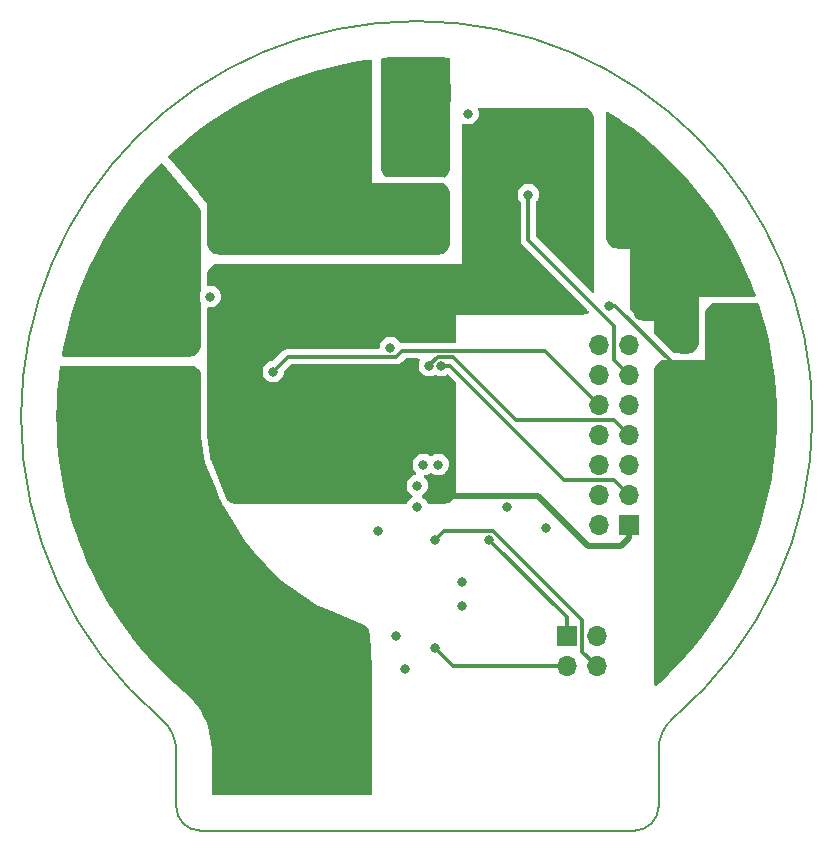
<source format=gbr>
%TF.GenerationSoftware,KiCad,Pcbnew,7.0.1*%
%TF.CreationDate,2023-12-23T17:04:28+03:00*%
%TF.ProjectId,_____ ________,1f3b3042-3020-4343-9042-47383a3e322e,rev?*%
%TF.SameCoordinates,Original*%
%TF.FileFunction,Copper,L2,Inr*%
%TF.FilePolarity,Positive*%
%FSLAX46Y46*%
G04 Gerber Fmt 4.6, Leading zero omitted, Abs format (unit mm)*
G04 Created by KiCad (PCBNEW 7.0.1) date 2023-12-23 17:04:28*
%MOMM*%
%LPD*%
G01*
G04 APERTURE LIST*
G04 Aperture macros list*
%AMRotRect*
0 Rectangle, with rotation*
0 The origin of the aperture is its center*
0 $1 length*
0 $2 width*
0 $3 Rotation angle, in degrees counterclockwise*
0 Add horizontal line*
21,1,$1,$2,0,0,$3*%
G04 Aperture macros list end*
%TA.AperFunction,ComponentPad*%
%ADD10RotRect,1.635000X1.635000X290.000000*%
%TD*%
%TA.AperFunction,ComponentPad*%
%ADD11C,1.635000*%
%TD*%
%TA.AperFunction,ComponentPad*%
%ADD12C,6.000000*%
%TD*%
%TA.AperFunction,ComponentPad*%
%ADD13RotRect,1.635000X1.635000X70.000000*%
%TD*%
%TA.AperFunction,ComponentPad*%
%ADD14RotRect,1.635000X1.635000X300.000000*%
%TD*%
%TA.AperFunction,ComponentPad*%
%ADD15R,1.635000X1.635000*%
%TD*%
%TA.AperFunction,ComponentPad*%
%ADD16RotRect,1.635000X1.635000X60.000000*%
%TD*%
%TA.AperFunction,ComponentPad*%
%ADD17RotRect,1.635000X1.635000X50.000000*%
%TD*%
%TA.AperFunction,ComponentPad*%
%ADD18R,1.700000X1.700000*%
%TD*%
%TA.AperFunction,ComponentPad*%
%ADD19O,1.700000X1.700000*%
%TD*%
%TA.AperFunction,ComponentPad*%
%ADD20RotRect,1.635000X1.635000X310.000000*%
%TD*%
%TA.AperFunction,ViaPad*%
%ADD21C,0.800000*%
%TD*%
%TA.AperFunction,Conductor*%
%ADD22C,0.500000*%
%TD*%
%TA.AperFunction,Conductor*%
%ADD23C,0.300000*%
%TD*%
%TA.AperFunction,Profile*%
%ADD24C,0.200000*%
%TD*%
G04 APERTURE END LIST*
D10*
%TO.N,B_OUT*%
%TO.C,J13*%
X144872270Y-59835673D03*
D11*
X146411361Y-64064290D03*
%TD*%
D12*
%TO.N,B*%
%TO.C,J2*%
X151765000Y-55880000D03*
%TD*%
%TO.N,C*%
%TO.C,J3*%
X129540000Y-70485000D03*
%TD*%
D13*
%TO.N,C_OUT*%
%TO.C,J7*%
X145272909Y-107352617D03*
D11*
X146812000Y-103124000D03*
%TD*%
D14*
%TO.N,B_OUT*%
%TO.C,J12*%
X139990000Y-62142886D03*
D11*
X142240000Y-66040000D03*
%TD*%
D15*
%TO.N,A_OUT*%
%TO.C,J6*%
X178272000Y-79248000D03*
D11*
X173772000Y-79248000D03*
%TD*%
D12*
%TO.N,A*%
%TO.C,J1*%
X173990000Y-70485000D03*
%TD*%
D16*
%TO.N,C_OUT*%
%TO.C,J10*%
X140498000Y-104989114D03*
D11*
X142748000Y-101092000D03*
%TD*%
D15*
%TO.N,A_OUT*%
%TO.C,J5*%
X178272000Y-83566000D03*
D11*
X173772000Y-83566000D03*
%TD*%
D17*
%TO.N,C_OUT*%
%TO.C,J11*%
X136045456Y-101999200D03*
D11*
X138938000Y-98552000D03*
%TD*%
D18*
%TO.N,PTC_Coil_A*%
%TO.C,J8*%
X164540000Y-101874000D03*
D19*
%TO.N,GNDA*%
X167080000Y-101874000D03*
%TO.N,PTC_Coil_C*%
X164540000Y-104414000D03*
%TO.N,PTC_Coil_B*%
X167080000Y-104414000D03*
%TD*%
D20*
%TO.N,B_OUT*%
%TO.C,J14*%
X135537456Y-65132800D03*
D11*
X138430000Y-68580000D03*
%TD*%
D15*
%TO.N,A_OUT*%
%TO.C,J9*%
X178272000Y-87884000D03*
D11*
X173772000Y-87884000D03*
%TD*%
D18*
%TO.N,+3.3V*%
%TO.C,J4*%
X169784000Y-92456000D03*
D19*
%TO.N,GND*%
X167244000Y-92456000D03*
%TO.N,CS_MCU*%
X169784000Y-89916000D03*
%TO.N,Temp_Coil_C_MCU*%
X167244000Y-89916000D03*
%TO.N,SCLK_MCU*%
X169784000Y-87376000D03*
%TO.N,Temp_Coil_B_MCU*%
X167244000Y-87376000D03*
%TO.N,SDIO_MCU*%
X169784000Y-84836000D03*
%TO.N,Temp_Coil_A_MCU*%
X167244000Y-84836000D03*
%TO.N,OUT_MCU*%
X169784000Y-82296000D03*
%TO.N,Current_C_MCU*%
X167244000Y-82296000D03*
%TO.N,Current_B_MCU*%
X169784000Y-79756000D03*
%TO.N,Current_A_MCU*%
X167244000Y-79756000D03*
%TO.N,+3.3VA*%
X169784000Y-77216000D03*
%TO.N,GNDA*%
X167244000Y-77216000D03*
%TD*%
D21*
%TO.N,+3.3V*%
X136144000Y-73152000D03*
X164592000Y-64516000D03*
X157734000Y-57658000D03*
X145796000Y-90170000D03*
%TO.N,GND*%
X149606000Y-77470000D03*
X156210000Y-57658000D03*
X134366000Y-73152000D03*
X151892000Y-89154000D03*
%TO.N,OUT_MCU*%
X152400000Y-87376000D03*
%TO.N,SCLK_MCU*%
X153670000Y-87376000D03*
%TO.N,CS_MCU*%
X153924000Y-78994000D03*
%TO.N,SDIO_MCU*%
X152908000Y-78994000D03*
%TO.N,Current_B_MCU*%
X161290000Y-64516000D03*
%TO.N,Current_C_MCU*%
X139700000Y-79502000D03*
%TO.N,A*%
X170688000Y-72644000D03*
X175006000Y-74676000D03*
X171450000Y-74168000D03*
X174244000Y-75184000D03*
X170688000Y-73660000D03*
X174244000Y-77216000D03*
X175006000Y-76708000D03*
X175006000Y-75692000D03*
X174244000Y-74168000D03*
X174244000Y-76200000D03*
X170688000Y-74676000D03*
%TO.N,A_OUT*%
X180594000Y-79248000D03*
X177546000Y-76708000D03*
X180594000Y-76708000D03*
X180594000Y-74676000D03*
X181102000Y-78486000D03*
X180086000Y-78486000D03*
X176784000Y-75184000D03*
X168148000Y-73914000D03*
X177546000Y-74676000D03*
X177546000Y-77724000D03*
X180594000Y-77724000D03*
X176784000Y-77216000D03*
X180594000Y-75692000D03*
X181102000Y-80010000D03*
X180086000Y-80010000D03*
X177546000Y-75692000D03*
X176784000Y-76200000D03*
%TO.N,B*%
X149352000Y-59182000D03*
X150368000Y-62230000D03*
X149352000Y-61214000D03*
X149352000Y-62230000D03*
X149352000Y-60198000D03*
X152400000Y-62230000D03*
X151384000Y-62230000D03*
X153416000Y-62230000D03*
%TO.N,B_OUT*%
X152400000Y-64008000D03*
X151892000Y-65024000D03*
X149352000Y-68072000D03*
X152400000Y-68072000D03*
X150876000Y-65024000D03*
X149352000Y-66040000D03*
X151384000Y-64008000D03*
X153416000Y-68072000D03*
X149352000Y-64008000D03*
X150368000Y-64008000D03*
X151384000Y-68072000D03*
X153416000Y-64008000D03*
X152908000Y-65024000D03*
X149352000Y-67056000D03*
X150368000Y-68072000D03*
X149860000Y-65024000D03*
%TO.N,C*%
X125984000Y-75692000D03*
X127000000Y-73660000D03*
X126492000Y-76708000D03*
X125476000Y-76708000D03*
X127508000Y-74676000D03*
X124460000Y-76708000D03*
X125984000Y-73660000D03*
X124968000Y-75692000D03*
X127000000Y-75692000D03*
X126492000Y-74676000D03*
X125476000Y-74676000D03*
%TO.N,C_OUT*%
X130048000Y-80264000D03*
X127000000Y-81280000D03*
X129032000Y-80264000D03*
X132080000Y-84836000D03*
X132080000Y-83312000D03*
X130556000Y-84074000D03*
X128016000Y-83312000D03*
X131064000Y-83312000D03*
X128016000Y-84836000D03*
X129540000Y-84074000D03*
X129032000Y-84836000D03*
X129032000Y-83312000D03*
X127000000Y-83312000D03*
X127000000Y-82296000D03*
X131064000Y-84836000D03*
X131064000Y-80264000D03*
X130048000Y-83312000D03*
X127000000Y-80264000D03*
X130048000Y-84836000D03*
X128016000Y-80264000D03*
X131572000Y-84074000D03*
X128524000Y-84074000D03*
%TO.N,GNDA*%
X155702000Y-99314000D03*
X148590000Y-92964000D03*
X150114000Y-101854000D03*
X162814000Y-92710000D03*
%TO.N,Temp_Coil_C_MCU*%
X150876000Y-104648000D03*
%TO.N,Temp_Coil_B_MCU*%
X151892000Y-90932000D03*
%TO.N,Temp_Coil_A_MCU*%
X159512000Y-90932000D03*
%TO.N,+3.3VA*%
X155702000Y-97282000D03*
%TO.N,PTC_Coil_A*%
X157988000Y-93726000D03*
%TO.N,PTC_Coil_B*%
X153416000Y-93726000D03*
%TO.N,PTC_Coil_C*%
X153416000Y-102870000D03*
%TD*%
D22*
%TO.N,+3.3V*%
X169784000Y-93614000D02*
X169164000Y-94234000D01*
X165862000Y-93726000D02*
X162140000Y-90004000D01*
X166370000Y-94234000D02*
X165862000Y-93726000D01*
X154266000Y-90004000D02*
X154178000Y-89916000D01*
X169784000Y-92456000D02*
X169784000Y-93614000D01*
X169164000Y-94234000D02*
X166370000Y-94234000D01*
X162140000Y-90004000D02*
X154266000Y-90004000D01*
D23*
%TO.N,CS_MCU*%
X153924000Y-78994000D02*
X154686000Y-78994000D01*
X168514000Y-88646000D02*
X169784000Y-89916000D01*
X154686000Y-78994000D02*
X164338000Y-88646000D01*
X164338000Y-88646000D02*
X168514000Y-88646000D01*
%TO.N,SDIO_MCU*%
X152908000Y-78949339D02*
X153613339Y-78244000D01*
X153613339Y-78244000D02*
X154952000Y-78244000D01*
X152908000Y-78994000D02*
X152908000Y-78949339D01*
X160274000Y-83566000D02*
X168514000Y-83566000D01*
X168514000Y-83566000D02*
X169784000Y-84836000D01*
X154952000Y-78244000D02*
X160274000Y-83566000D01*
%TO.N,Current_B_MCU*%
X169784000Y-79756000D02*
X168584000Y-78556000D01*
X161290000Y-68326000D02*
X161290000Y-64516000D01*
X168584000Y-75620000D02*
X161290000Y-68326000D01*
X168584000Y-78556000D02*
X168584000Y-75620000D01*
%TO.N,Current_C_MCU*%
X162692000Y-77744000D02*
X167244000Y-82296000D01*
X150102000Y-78244000D02*
X150602000Y-77744000D01*
X140958000Y-78244000D02*
X150102000Y-78244000D01*
X150602000Y-77744000D02*
X162692000Y-77744000D01*
X139700000Y-79502000D02*
X140958000Y-78244000D01*
%TO.N,A_OUT*%
X168148000Y-73914000D02*
X168656000Y-73914000D01*
X168656000Y-73914000D02*
X173772000Y-79030000D01*
X173772000Y-79030000D02*
X173772000Y-79248000D01*
%TO.N,PTC_Coil_A*%
X164540000Y-100278000D02*
X157988000Y-93726000D01*
X164540000Y-101874000D02*
X164540000Y-100278000D01*
%TO.N,PTC_Coil_B*%
X165880000Y-103214000D02*
X165880000Y-100557339D01*
X165880000Y-100557339D02*
X158286661Y-92964000D01*
X167080000Y-104414000D02*
X165880000Y-103214000D01*
X158286661Y-92964000D02*
X154178000Y-92964000D01*
X154178000Y-92964000D02*
X153416000Y-93726000D01*
%TO.N,PTC_Coil_C*%
X164520000Y-104394000D02*
X154940000Y-104394000D01*
X154940000Y-104394000D02*
X153416000Y-102870000D01*
X164540000Y-104414000D02*
X164520000Y-104394000D01*
%TD*%
%TA.AperFunction,Conductor*%
%TO.N,A*%
G36*
X168083166Y-57521103D02*
G01*
X168151129Y-57563086D01*
X168335648Y-57677067D01*
X168339367Y-57679457D01*
X169060581Y-58161357D01*
X169240966Y-58281886D01*
X169244595Y-58284405D01*
X169439411Y-58424887D01*
X170124149Y-58918653D01*
X170127692Y-58921306D01*
X170984023Y-59586524D01*
X170987441Y-59589279D01*
X171819481Y-60284636D01*
X171822791Y-60287503D01*
X172629554Y-61012179D01*
X172632767Y-61015172D01*
X173413097Y-61768130D01*
X173416177Y-61771210D01*
X174072760Y-62451661D01*
X174169135Y-62551540D01*
X174172130Y-62554755D01*
X174896800Y-63361512D01*
X174899671Y-63364826D01*
X175595017Y-64196852D01*
X175597795Y-64200299D01*
X176263001Y-65056615D01*
X176265654Y-65060158D01*
X176899897Y-65939705D01*
X176902421Y-65943341D01*
X177504847Y-66844935D01*
X177507240Y-66848659D01*
X178024997Y-67686831D01*
X178077100Y-67771177D01*
X178079359Y-67774984D01*
X178615928Y-68717254D01*
X178618050Y-68721139D01*
X179120668Y-69681999D01*
X179122649Y-69685958D01*
X179590623Y-70664090D01*
X179592462Y-70668116D01*
X180025243Y-71662366D01*
X180026937Y-71666456D01*
X180423947Y-72675497D01*
X180425494Y-72679644D01*
X180533834Y-72986747D01*
X180539712Y-73045099D01*
X180518118Y-73099626D01*
X180473881Y-73138131D01*
X180416897Y-73152000D01*
X175768000Y-73152000D01*
X175768000Y-74152000D01*
X175768000Y-74152001D01*
X175768000Y-76971907D01*
X175767403Y-76984061D01*
X175749982Y-77160934D01*
X175745240Y-77184775D01*
X175695424Y-77348998D01*
X175686121Y-77371456D01*
X175605227Y-77522798D01*
X175591722Y-77543010D01*
X175482854Y-77675666D01*
X175465666Y-77692854D01*
X175333010Y-77801722D01*
X175312798Y-77815227D01*
X175161456Y-77896121D01*
X175138998Y-77905424D01*
X174974775Y-77955240D01*
X174950934Y-77959982D01*
X174774061Y-77977403D01*
X174761907Y-77978000D01*
X174140984Y-77978000D01*
X174108890Y-77973775D01*
X174001740Y-77945064D01*
X173771999Y-77924964D01*
X173659402Y-77934815D01*
X173606184Y-77927809D01*
X173560914Y-77898968D01*
X171994319Y-76332373D01*
X171967439Y-76292145D01*
X171958000Y-76244692D01*
X171958000Y-76184001D01*
X171958000Y-76184000D01*
X171958000Y-75184000D01*
X170958000Y-75184000D01*
X170957999Y-75184000D01*
X170932094Y-75184000D01*
X170919939Y-75183403D01*
X170914405Y-75182858D01*
X170881351Y-75179602D01*
X170840489Y-75168293D01*
X170805826Y-75143880D01*
X169966119Y-74304173D01*
X169941705Y-74269508D01*
X169930397Y-74228645D01*
X169926597Y-74190060D01*
X169926000Y-74177907D01*
X169926000Y-70088001D01*
X169926000Y-70088000D01*
X169926000Y-69088000D01*
X168926000Y-69088000D01*
X168925999Y-69088000D01*
X168900093Y-69088000D01*
X168887939Y-69087403D01*
X168711065Y-69069982D01*
X168687224Y-69065240D01*
X168523001Y-69015424D01*
X168500543Y-69006121D01*
X168349201Y-68925227D01*
X168328989Y-68911722D01*
X168196333Y-68802854D01*
X168179145Y-68785666D01*
X168070277Y-68653010D01*
X168056772Y-68632798D01*
X167975878Y-68481456D01*
X167966575Y-68458998D01*
X167916757Y-68294769D01*
X167912018Y-68270941D01*
X167894597Y-68094061D01*
X167894000Y-68081907D01*
X167894000Y-57626599D01*
X167911077Y-57563802D01*
X167957604Y-57518302D01*
X168020766Y-57502630D01*
X168083166Y-57521103D01*
G37*
%TD.AperFunction*%
%TD*%
%TA.AperFunction,Conductor*%
%TO.N,B*%
G36*
X152934672Y-52855939D02*
G01*
X152939044Y-52856096D01*
X154021914Y-52914139D01*
X154026234Y-52914448D01*
X154573052Y-52963382D01*
X154630276Y-52983378D01*
X154671184Y-53028110D01*
X154686000Y-53086888D01*
X154686000Y-62239907D01*
X154685403Y-62252061D01*
X154667982Y-62428934D01*
X154663240Y-62452775D01*
X154613424Y-62616998D01*
X154604121Y-62639456D01*
X154523227Y-62790798D01*
X154509722Y-62811010D01*
X154400854Y-62943666D01*
X154383666Y-62960854D01*
X154272478Y-63052104D01*
X154218004Y-63077868D01*
X154157818Y-63074912D01*
X154039506Y-63039022D01*
X153991375Y-63026967D01*
X153967531Y-63022225D01*
X153918494Y-63014952D01*
X153741598Y-62997530D01*
X153716876Y-62995707D01*
X153716871Y-62995706D01*
X153716861Y-62995706D01*
X153711602Y-62995447D01*
X153704714Y-62995109D01*
X153697473Y-62994931D01*
X153679907Y-62994500D01*
X153679890Y-62994500D01*
X149231699Y-62994500D01*
X149189926Y-62987252D01*
X149153036Y-62966355D01*
X149146334Y-62960855D01*
X149129144Y-62943665D01*
X149020277Y-62811010D01*
X149006772Y-62790798D01*
X148925878Y-62639456D01*
X148916575Y-62616998D01*
X148866757Y-62452769D01*
X148862018Y-62428941D01*
X148844597Y-62252061D01*
X148844000Y-62239907D01*
X148844000Y-53101790D01*
X148858816Y-53043012D01*
X148899724Y-52998280D01*
X148956948Y-52978284D01*
X149007011Y-52973803D01*
X149670293Y-52914448D01*
X149674605Y-52914139D01*
X150757481Y-52856095D01*
X150761849Y-52855939D01*
X151846077Y-52836585D01*
X151850447Y-52836585D01*
X152934672Y-52855939D01*
G37*
%TD.AperFunction*%
%TD*%
%TA.AperFunction,Conductor*%
%TO.N,A_OUT*%
G36*
X180732831Y-73670901D02*
G01*
X180774732Y-73701688D01*
X180800327Y-73746947D01*
X181111656Y-74741232D01*
X181112903Y-74745479D01*
X181399784Y-75791204D01*
X181400878Y-75795493D01*
X181650244Y-76850758D01*
X181651185Y-76855084D01*
X181862729Y-77918588D01*
X181863515Y-77922944D01*
X182036967Y-78993330D01*
X182037597Y-78997712D01*
X182172733Y-80073606D01*
X182173206Y-80078007D01*
X182269855Y-81158025D01*
X182270171Y-81162440D01*
X182328210Y-82245237D01*
X182328368Y-82249661D01*
X182347723Y-83333869D01*
X182347724Y-83338229D01*
X182329510Y-84389932D01*
X182329362Y-84394224D01*
X182274740Y-85444738D01*
X182274443Y-85449022D01*
X182183479Y-86497025D01*
X182183033Y-86501296D01*
X182055840Y-87545479D01*
X182055247Y-87549732D01*
X181891972Y-88588904D01*
X181891232Y-88593134D01*
X181692074Y-89626033D01*
X181691188Y-89630234D01*
X181456393Y-90655579D01*
X181455363Y-90659748D01*
X181185188Y-91676414D01*
X181184013Y-91680544D01*
X180878809Y-92687211D01*
X180877492Y-92691299D01*
X180537611Y-93686804D01*
X180536154Y-93690843D01*
X180162007Y-94673984D01*
X180160423Y-94677938D01*
X179752455Y-95647542D01*
X179750721Y-95651471D01*
X179309440Y-96606336D01*
X179307572Y-96610202D01*
X178833477Y-97549246D01*
X178831475Y-97553045D01*
X178325154Y-98475105D01*
X178323022Y-98478833D01*
X177785100Y-99382769D01*
X177782841Y-99386421D01*
X177213907Y-100271245D01*
X177211522Y-100274816D01*
X176612309Y-101139384D01*
X176609802Y-101142870D01*
X175981026Y-101986156D01*
X175978400Y-101989554D01*
X175320789Y-102810576D01*
X175318047Y-102813881D01*
X174632385Y-103611662D01*
X174629530Y-103614869D01*
X173916689Y-104388396D01*
X173913725Y-104391503D01*
X173174515Y-105139894D01*
X173171445Y-105142897D01*
X172406749Y-105865260D01*
X172403577Y-105868154D01*
X172163979Y-106079279D01*
X172114320Y-106105958D01*
X172057981Y-106107896D01*
X172006607Y-106084691D01*
X171970814Y-106041140D01*
X171958000Y-105986244D01*
X171958000Y-79492093D01*
X171958597Y-79479939D01*
X171959290Y-79472895D01*
X171976018Y-79303056D01*
X171980757Y-79279232D01*
X172030577Y-79114994D01*
X172039875Y-79092549D01*
X172120775Y-78941195D01*
X172134272Y-78920995D01*
X172243149Y-78788328D01*
X172260328Y-78771149D01*
X172392995Y-78662272D01*
X172413195Y-78648775D01*
X172564549Y-78567875D01*
X172586994Y-78558577D01*
X172751232Y-78508757D01*
X172775056Y-78504018D01*
X172951938Y-78486597D01*
X172964093Y-78486000D01*
X175275999Y-78486000D01*
X175276000Y-78486000D01*
X176276000Y-78486000D01*
X176276000Y-74666093D01*
X176276597Y-74653939D01*
X176277290Y-74646895D01*
X176294018Y-74477056D01*
X176298757Y-74453232D01*
X176348577Y-74288994D01*
X176357875Y-74266549D01*
X176438775Y-74115195D01*
X176452272Y-74094995D01*
X176561149Y-73962328D01*
X176578328Y-73945149D01*
X176710995Y-73836272D01*
X176731195Y-73822775D01*
X176882549Y-73741875D01*
X176904994Y-73732577D01*
X177069232Y-73682757D01*
X177093056Y-73678018D01*
X177269938Y-73660597D01*
X177282093Y-73660000D01*
X180681992Y-73660000D01*
X180732831Y-73670901D01*
G37*
%TD.AperFunction*%
%TD*%
%TA.AperFunction,Conductor*%
%TO.N,C_OUT*%
G36*
X132658624Y-78994559D02*
G01*
X132829947Y-79010894D01*
X132853048Y-79015338D01*
X133012525Y-79062088D01*
X133034381Y-79070824D01*
X133182132Y-79146858D01*
X133201944Y-79159565D01*
X133332676Y-79262155D01*
X133349730Y-79278378D01*
X133458718Y-79403820D01*
X133472399Y-79422973D01*
X133555718Y-79566746D01*
X133565534Y-79588139D01*
X133599602Y-79685964D01*
X133606500Y-79726745D01*
X133606500Y-84771864D01*
X133606559Y-84779588D01*
X133606561Y-84779689D01*
X133606621Y-84783542D01*
X133606622Y-84783610D01*
X133606623Y-84783636D01*
X133606802Y-84791348D01*
X133608555Y-84847729D01*
X133609288Y-84863418D01*
X133609767Y-84871126D01*
X133610989Y-84886809D01*
X133616244Y-84942997D01*
X133617036Y-84950820D01*
X133617446Y-84954564D01*
X133618364Y-84962396D01*
X133847935Y-86798956D01*
X133850199Y-86814980D01*
X133851428Y-86822779D01*
X133854210Y-86838763D01*
X133875948Y-86952785D01*
X133883027Y-86984381D01*
X133886988Y-86999740D01*
X133896073Y-87030814D01*
X133932186Y-87141091D01*
X133937482Y-87156425D01*
X133940201Y-87163908D01*
X133945957Y-87178995D01*
X134024759Y-87375999D01*
X134735960Y-89153999D01*
X135229251Y-90387229D01*
X135241229Y-90414769D01*
X135241239Y-90414790D01*
X135247512Y-90428115D01*
X135261135Y-90454950D01*
X135335860Y-90591885D01*
X135367755Y-90642866D01*
X135372520Y-90649561D01*
X135382000Y-90678000D01*
X135442511Y-90776330D01*
X135442513Y-90776334D01*
X136539291Y-92558599D01*
X137414000Y-93980000D01*
X137478482Y-94050344D01*
X137478487Y-94050350D01*
X138113520Y-94743113D01*
X140208000Y-97028000D01*
X143510000Y-99314000D01*
X143609754Y-99355075D01*
X143609760Y-99355078D01*
X144435649Y-99695149D01*
X147250130Y-100854053D01*
X147260478Y-100858885D01*
X147408670Y-100936604D01*
X147427868Y-100949056D01*
X147554730Y-101049116D01*
X147571310Y-101064882D01*
X147677626Y-101186552D01*
X147691029Y-101205100D01*
X147773169Y-101344223D01*
X147782936Y-101364918D01*
X147838116Y-101516776D01*
X147843913Y-101538915D01*
X147871183Y-101704000D01*
X147872526Y-101715374D01*
X148079380Y-104611317D01*
X148079518Y-104613528D01*
X148081246Y-104645831D01*
X148081403Y-104650241D01*
X148081980Y-104682546D01*
X148082000Y-104684760D01*
X148082000Y-115239501D01*
X148065387Y-115301501D01*
X148020000Y-115346888D01*
X147958000Y-115363501D01*
X134971858Y-115363501D01*
X134612118Y-115363501D01*
X134550119Y-115346889D01*
X134504732Y-115301502D01*
X134488119Y-115239502D01*
X134488119Y-111670993D01*
X134488137Y-111670902D01*
X134488152Y-111619586D01*
X134488223Y-111383810D01*
X134454282Y-110913483D01*
X134386384Y-110446846D01*
X134284885Y-109986348D01*
X134150318Y-109534406D01*
X133983388Y-109093391D01*
X133784972Y-108665616D01*
X133784967Y-108665605D01*
X133556115Y-108253335D01*
X133556111Y-108253327D01*
X133298004Y-107858686D01*
X133012008Y-107483765D01*
X132699622Y-107130530D01*
X132362485Y-106800834D01*
X132315435Y-106761052D01*
X132313049Y-106758794D01*
X132181115Y-106647477D01*
X132179478Y-106646072D01*
X131382774Y-105949783D01*
X131379619Y-105946927D01*
X130711697Y-105320888D01*
X130608433Y-105224099D01*
X130605337Y-105221094D01*
X129998528Y-104611317D01*
X129859770Y-104471880D01*
X129856812Y-104468803D01*
X129137757Y-103694096D01*
X129134881Y-103690888D01*
X128443227Y-102891648D01*
X128440461Y-102888337D01*
X127777025Y-102065510D01*
X127774376Y-102062104D01*
X127618212Y-101854000D01*
X127139977Y-101216705D01*
X127137500Y-101213283D01*
X126532841Y-100346243D01*
X126530446Y-100342677D01*
X125956380Y-99455218D01*
X125954100Y-99451555D01*
X125835433Y-99253307D01*
X125411235Y-98544625D01*
X125409112Y-98540935D01*
X124898128Y-97615665D01*
X124896113Y-97611862D01*
X124417642Y-96669403D01*
X124415756Y-96665522D01*
X123970370Y-95706996D01*
X123968620Y-95703052D01*
X123556853Y-94729615D01*
X123555241Y-94725613D01*
X123177577Y-93738406D01*
X123176106Y-93734350D01*
X123142659Y-93636888D01*
X122833024Y-92734622D01*
X122831695Y-92730517D01*
X122779308Y-92558599D01*
X122523600Y-91719450D01*
X122522422Y-91715326D01*
X122380383Y-91183500D01*
X122249682Y-90694125D01*
X122248662Y-90690025D01*
X122011603Y-89659890D01*
X122010724Y-89655742D01*
X121809657Y-88618036D01*
X121808914Y-88613808D01*
X121808391Y-88610493D01*
X121644072Y-87569732D01*
X121643483Y-87565528D01*
X121515066Y-86516365D01*
X121514623Y-86512135D01*
X121422785Y-85459117D01*
X121422486Y-85454827D01*
X121402647Y-85075085D01*
X121367340Y-84399287D01*
X121367191Y-84394997D01*
X121363241Y-84168000D01*
X121348801Y-83338116D01*
X121348801Y-83333804D01*
X121368155Y-82249633D01*
X121368311Y-82245265D01*
X121426355Y-81162389D01*
X121426664Y-81158077D01*
X121523318Y-80077989D01*
X121523790Y-80073606D01*
X121567357Y-79726745D01*
X121645759Y-79102545D01*
X121666936Y-79047280D01*
X121711317Y-79008124D01*
X121768792Y-78994000D01*
X132646856Y-78994000D01*
X132658624Y-78994559D01*
G37*
%TD.AperFunction*%
%TD*%
%TA.AperFunction,Conductor*%
%TO.N,C*%
G36*
X130273140Y-61878572D02*
G01*
X130329820Y-61916514D01*
X131165740Y-62904420D01*
X133363870Y-65502211D01*
X133370520Y-65510808D01*
X133462181Y-65640712D01*
X133473109Y-65659507D01*
X133538347Y-65798471D01*
X133545826Y-65818888D01*
X133585786Y-65967105D01*
X133589584Y-65988512D01*
X133603523Y-66146888D01*
X133604000Y-66157759D01*
X133604000Y-72637597D01*
X133587387Y-72699597D01*
X133538820Y-72783715D01*
X133480326Y-72963742D01*
X133460540Y-73152000D01*
X133480326Y-73340257D01*
X133538820Y-73520284D01*
X133587387Y-73604403D01*
X133604000Y-73666403D01*
X133604000Y-77225907D01*
X133603403Y-77238061D01*
X133585982Y-77414934D01*
X133581240Y-77438775D01*
X133531424Y-77602998D01*
X133522121Y-77625456D01*
X133441227Y-77776798D01*
X133427722Y-77797010D01*
X133318854Y-77929666D01*
X133301666Y-77946854D01*
X133169010Y-78055722D01*
X133148798Y-78069227D01*
X132997456Y-78150121D01*
X132974998Y-78159424D01*
X132810775Y-78209240D01*
X132786934Y-78213982D01*
X132610061Y-78231403D01*
X132597907Y-78232000D01*
X121928638Y-78232000D01*
X121876624Y-78220563D01*
X121834204Y-78188363D01*
X121809204Y-78141339D01*
X121806235Y-78088165D01*
X121812511Y-78049430D01*
X121833012Y-77922921D01*
X121833794Y-77918588D01*
X121835870Y-77908152D01*
X122045346Y-76855043D01*
X122046270Y-76850798D01*
X122295655Y-75795453D01*
X122296728Y-75791243D01*
X122583624Y-74745463D01*
X122584867Y-74741232D01*
X122908895Y-73706393D01*
X122910271Y-73702258D01*
X123271044Y-72679601D01*
X123272560Y-72675539D01*
X123669592Y-71666441D01*
X123671280Y-71662366D01*
X124104076Y-70668082D01*
X124105884Y-70664124D01*
X124573894Y-69685916D01*
X124575834Y-69682040D01*
X125078485Y-68721115D01*
X125080581Y-68717279D01*
X125617194Y-67774932D01*
X125619392Y-67771228D01*
X126189302Y-66848629D01*
X126191656Y-66844965D01*
X126794125Y-65943307D01*
X126796603Y-65939737D01*
X127430888Y-65060132D01*
X127433501Y-65056642D01*
X128098761Y-64200257D01*
X128101472Y-64196893D01*
X128796882Y-63364790D01*
X128799695Y-63361543D01*
X129524420Y-62554725D01*
X129527363Y-62551566D01*
X130145935Y-61910508D01*
X130204966Y-61876346D01*
X130273140Y-61878572D01*
G37*
%TD.AperFunction*%
%TD*%
%TA.AperFunction,Conductor*%
%TO.N,B_OUT*%
G36*
X148010850Y-53103232D02*
G01*
X148062712Y-53148987D01*
X148082000Y-53215405D01*
X148082000Y-63500000D01*
X153679907Y-63500000D01*
X153692061Y-63500597D01*
X153868941Y-63518018D01*
X153892769Y-63522757D01*
X154057001Y-63572576D01*
X154079453Y-63581877D01*
X154230798Y-63662772D01*
X154251010Y-63676277D01*
X154383666Y-63785145D01*
X154400854Y-63802333D01*
X154509722Y-63934989D01*
X154523227Y-63955201D01*
X154604121Y-64106543D01*
X154613424Y-64129001D01*
X154663240Y-64293224D01*
X154667982Y-64317065D01*
X154685403Y-64493939D01*
X154686000Y-64506093D01*
X154686000Y-68589907D01*
X154685403Y-68602061D01*
X154667982Y-68778934D01*
X154663240Y-68802775D01*
X154613424Y-68966998D01*
X154604121Y-68989456D01*
X154523227Y-69140798D01*
X154509722Y-69161010D01*
X154400854Y-69293666D01*
X154383666Y-69310854D01*
X154251010Y-69419722D01*
X154230798Y-69433227D01*
X154079456Y-69514121D01*
X154056998Y-69523424D01*
X153892775Y-69573240D01*
X153868934Y-69577982D01*
X153692061Y-69595403D01*
X153679907Y-69596000D01*
X135118093Y-69596000D01*
X135105939Y-69595403D01*
X134929065Y-69577982D01*
X134905224Y-69573240D01*
X134741001Y-69523424D01*
X134718543Y-69514121D01*
X134567201Y-69433227D01*
X134546989Y-69419722D01*
X134414333Y-69310854D01*
X134397145Y-69293666D01*
X134288277Y-69161010D01*
X134274772Y-69140798D01*
X134193878Y-68989456D01*
X134184575Y-68966998D01*
X134134757Y-68802769D01*
X134130018Y-68778941D01*
X134112597Y-68602061D01*
X134112000Y-68589907D01*
X134112000Y-65642267D01*
X134112000Y-65278000D01*
X133458480Y-64500000D01*
X133294604Y-64304910D01*
X130844069Y-61387606D01*
X130817439Y-61332245D01*
X130820650Y-61270896D01*
X130852912Y-61218620D01*
X131063782Y-61015147D01*
X131066941Y-61012204D01*
X131873759Y-60287479D01*
X131877006Y-60284666D01*
X132709109Y-59589256D01*
X132712473Y-59586545D01*
X133568858Y-58921285D01*
X133572348Y-58918672D01*
X134451953Y-58284387D01*
X134455523Y-58281909D01*
X135357181Y-57679440D01*
X135360845Y-57677086D01*
X136283444Y-57107176D01*
X136287148Y-57104978D01*
X137229495Y-56568365D01*
X137233331Y-56566269D01*
X138194256Y-56063618D01*
X138198132Y-56061678D01*
X139176340Y-55593668D01*
X139180298Y-55591860D01*
X140174597Y-55159057D01*
X140178657Y-55157376D01*
X141187755Y-54760344D01*
X141191817Y-54758828D01*
X142214474Y-54398055D01*
X142218609Y-54396679D01*
X143253463Y-54072646D01*
X143257679Y-54071408D01*
X144303459Y-53784512D01*
X144307669Y-53783439D01*
X145363014Y-53534054D01*
X145367259Y-53533130D01*
X146430827Y-53321573D01*
X146435137Y-53320796D01*
X147505573Y-53147336D01*
X147509901Y-53146714D01*
X147942548Y-53092372D01*
X148010850Y-53103232D01*
G37*
%TD.AperFunction*%
%TD*%
%TA.AperFunction,Conductor*%
%TO.N,+3.3V*%
G36*
X165884061Y-57150597D02*
G01*
X166060941Y-57168018D01*
X166084769Y-57172757D01*
X166249001Y-57222576D01*
X166271453Y-57231877D01*
X166422798Y-57312772D01*
X166443010Y-57326277D01*
X166575666Y-57435145D01*
X166592854Y-57452333D01*
X166701722Y-57584989D01*
X166715227Y-57605201D01*
X166796121Y-57756543D01*
X166805424Y-57779001D01*
X166855240Y-57943224D01*
X166859982Y-57967065D01*
X166877403Y-58143939D01*
X166878000Y-58156093D01*
X166878000Y-72694692D01*
X166864485Y-72750987D01*
X166826885Y-72795010D01*
X166773398Y-72817165D01*
X166715682Y-72812623D01*
X166666319Y-72782373D01*
X161976819Y-68092873D01*
X161949939Y-68052645D01*
X161940500Y-68005192D01*
X161940500Y-65186922D01*
X161948736Y-65142484D01*
X161972348Y-65103951D01*
X162022533Y-65048216D01*
X162080093Y-64948520D01*
X162117179Y-64884284D01*
X162147115Y-64792151D01*
X162175674Y-64704256D01*
X162195460Y-64516000D01*
X162175674Y-64327744D01*
X162117179Y-64147716D01*
X162117179Y-64147715D01*
X162022533Y-63983783D01*
X161895870Y-63843110D01*
X161742730Y-63731848D01*
X161569802Y-63654855D01*
X161384648Y-63615500D01*
X161384646Y-63615500D01*
X161195354Y-63615500D01*
X161195352Y-63615500D01*
X161010197Y-63654855D01*
X160837269Y-63731848D01*
X160684129Y-63843110D01*
X160557466Y-63983783D01*
X160462820Y-64147715D01*
X160404326Y-64327742D01*
X160384540Y-64516000D01*
X160404326Y-64704257D01*
X160462820Y-64884284D01*
X160557464Y-65048213D01*
X160557467Y-65048216D01*
X160607651Y-65103951D01*
X160631264Y-65142484D01*
X160639500Y-65186922D01*
X160639500Y-68240495D01*
X160637158Y-68261704D01*
X160639439Y-68334262D01*
X160639500Y-68338157D01*
X160639500Y-68366926D01*
X160640053Y-68371307D01*
X160640968Y-68382940D01*
X160642402Y-68428569D01*
X160648323Y-68448950D01*
X160652267Y-68467995D01*
X160654928Y-68489059D01*
X160671737Y-68531515D01*
X160675520Y-68542563D01*
X160688256Y-68586400D01*
X160699061Y-68604670D01*
X160707621Y-68622143D01*
X160715431Y-68641869D01*
X160742267Y-68678808D01*
X160748673Y-68688560D01*
X160771919Y-68727865D01*
X160771921Y-68727867D01*
X160786925Y-68742871D01*
X160799564Y-68757669D01*
X160812037Y-68774837D01*
X160847212Y-68803936D01*
X160855854Y-68811800D01*
X166392213Y-74348159D01*
X166422274Y-74396944D01*
X166427190Y-74454035D01*
X166405912Y-74507240D01*
X166362985Y-74545198D01*
X166271456Y-74594121D01*
X166248998Y-74603424D01*
X166084775Y-74653240D01*
X166060934Y-74657982D01*
X165884061Y-74675403D01*
X165871907Y-74676000D01*
X155194000Y-74676000D01*
X155194000Y-75676000D01*
X155194000Y-75676001D01*
X155194000Y-76969500D01*
X155177387Y-77031500D01*
X155132000Y-77076887D01*
X155070000Y-77093500D01*
X150687505Y-77093500D01*
X150666294Y-77091158D01*
X150593724Y-77093439D01*
X150589829Y-77093500D01*
X150561074Y-77093500D01*
X150556701Y-77094052D01*
X150545068Y-77094967D01*
X150505523Y-77096210D01*
X150441322Y-77080619D01*
X150394240Y-77034271D01*
X150338533Y-76937783D01*
X150211870Y-76797110D01*
X150058730Y-76685848D01*
X149885802Y-76608855D01*
X149700648Y-76569500D01*
X149700646Y-76569500D01*
X149511354Y-76569500D01*
X149511352Y-76569500D01*
X149326197Y-76608855D01*
X149153269Y-76685848D01*
X149000129Y-76797110D01*
X148873466Y-76937783D01*
X148778820Y-77101715D01*
X148720326Y-77281742D01*
X148720325Y-77281744D01*
X148720326Y-77281744D01*
X148700540Y-77470000D01*
X148700540Y-77470002D01*
X148699231Y-77482461D01*
X148678711Y-77538840D01*
X148634125Y-77578985D01*
X148575910Y-77593500D01*
X141043505Y-77593500D01*
X141022294Y-77591158D01*
X140949724Y-77593439D01*
X140945829Y-77593500D01*
X140917074Y-77593500D01*
X140912701Y-77594052D01*
X140901069Y-77594967D01*
X140855428Y-77596401D01*
X140835041Y-77602324D01*
X140815998Y-77606268D01*
X140794942Y-77608928D01*
X140752496Y-77625733D01*
X140741450Y-77629514D01*
X140697602Y-77642254D01*
X140679324Y-77653063D01*
X140661861Y-77661618D01*
X140642130Y-77669431D01*
X140605187Y-77696270D01*
X140595428Y-77702680D01*
X140556135Y-77725918D01*
X140541125Y-77740928D01*
X140526336Y-77753558D01*
X140509164Y-77766034D01*
X140480057Y-77801218D01*
X140472196Y-77809856D01*
X139716873Y-78565181D01*
X139676645Y-78592061D01*
X139629192Y-78601500D01*
X139605352Y-78601500D01*
X139420197Y-78640855D01*
X139247269Y-78717848D01*
X139094129Y-78829110D01*
X138967466Y-78969783D01*
X138872820Y-79133715D01*
X138814326Y-79313742D01*
X138794540Y-79502000D01*
X138814326Y-79690257D01*
X138872820Y-79870284D01*
X138967466Y-80034216D01*
X139094129Y-80174889D01*
X139247269Y-80286151D01*
X139420197Y-80363144D01*
X139605352Y-80402500D01*
X139605354Y-80402500D01*
X139794646Y-80402500D01*
X139794648Y-80402500D01*
X139918084Y-80376262D01*
X139979803Y-80363144D01*
X140152730Y-80286151D01*
X140305871Y-80174888D01*
X140432533Y-80034216D01*
X140527179Y-79870284D01*
X140561298Y-79765277D01*
X140585674Y-79690257D01*
X140588892Y-79659636D01*
X140599168Y-79561854D01*
X140610568Y-79521434D01*
X140634805Y-79487139D01*
X141191126Y-78930819D01*
X141231355Y-78903939D01*
X141278808Y-78894500D01*
X150016495Y-78894500D01*
X150037704Y-78896841D01*
X150040294Y-78896759D01*
X150040296Y-78896760D01*
X150110262Y-78894560D01*
X150114157Y-78894500D01*
X150142920Y-78894500D01*
X150142925Y-78894500D01*
X150147302Y-78893946D01*
X150158941Y-78893030D01*
X150204569Y-78891597D01*
X150224949Y-78885675D01*
X150243989Y-78881732D01*
X150265058Y-78879071D01*
X150307520Y-78862258D01*
X150318557Y-78858480D01*
X150362398Y-78845744D01*
X150380670Y-78834936D01*
X150398136Y-78826380D01*
X150417871Y-78818568D01*
X150454816Y-78791725D01*
X150464548Y-78785332D01*
X150503865Y-78762081D01*
X150518875Y-78747070D01*
X150533664Y-78734439D01*
X150550837Y-78721963D01*
X150579947Y-78686773D01*
X150587791Y-78678153D01*
X150835125Y-78430819D01*
X150875354Y-78403939D01*
X150922807Y-78394500D01*
X151999539Y-78394500D01*
X152061539Y-78411113D01*
X152106926Y-78456500D01*
X152123539Y-78518500D01*
X152106926Y-78580500D01*
X152080820Y-78625715D01*
X152022326Y-78805742D01*
X152002540Y-78994000D01*
X152022326Y-79182257D01*
X152080820Y-79362284D01*
X152175466Y-79526216D01*
X152302129Y-79666889D01*
X152455269Y-79778151D01*
X152628197Y-79855144D01*
X152813352Y-79894500D01*
X152813354Y-79894500D01*
X153002646Y-79894500D01*
X153002648Y-79894500D01*
X153187800Y-79855145D01*
X153187801Y-79855144D01*
X153187803Y-79855144D01*
X153360730Y-79778151D01*
X153360735Y-79778146D01*
X153365562Y-79775998D01*
X153415999Y-79765277D01*
X153466435Y-79775998D01*
X153471268Y-79778150D01*
X153471270Y-79778151D01*
X153644196Y-79855143D01*
X153644197Y-79855144D01*
X153829352Y-79894500D01*
X153829354Y-79894500D01*
X154018646Y-79894500D01*
X154018648Y-79894500D01*
X154142083Y-79868262D01*
X154203803Y-79855144D01*
X154376730Y-79778151D01*
X154391527Y-79767400D01*
X154445013Y-79745246D01*
X154502729Y-79749788D01*
X154552092Y-79780038D01*
X155157681Y-80385627D01*
X155184561Y-80425855D01*
X155194000Y-80473308D01*
X155194000Y-89671907D01*
X155193403Y-89684061D01*
X155175982Y-89860934D01*
X155171240Y-89884775D01*
X155121424Y-90048998D01*
X155112121Y-90071456D01*
X155031227Y-90222798D01*
X155017722Y-90243010D01*
X154908854Y-90375666D01*
X154891666Y-90392854D01*
X154759010Y-90501722D01*
X154738798Y-90515227D01*
X154587456Y-90596121D01*
X154564998Y-90605424D01*
X154400775Y-90655240D01*
X154376934Y-90659982D01*
X154200061Y-90677403D01*
X154187907Y-90678000D01*
X152846404Y-90678000D01*
X152795969Y-90667280D01*
X152754254Y-90636973D01*
X152728473Y-90592319D01*
X152719178Y-90563714D01*
X152624533Y-90399783D01*
X152497870Y-90259110D01*
X152338495Y-90143318D01*
X152300895Y-90099295D01*
X152287380Y-90043000D01*
X152300895Y-89986705D01*
X152338495Y-89942682D01*
X152497870Y-89826889D01*
X152624533Y-89686216D01*
X152719179Y-89522284D01*
X152741906Y-89452337D01*
X152777674Y-89342256D01*
X152797460Y-89154000D01*
X152777674Y-88965744D01*
X152719179Y-88785716D01*
X152719179Y-88785715D01*
X152624533Y-88621783D01*
X152489150Y-88471426D01*
X152490759Y-88469976D01*
X152467572Y-88443111D01*
X152453490Y-88388259D01*
X152465266Y-88332867D01*
X152500442Y-88288487D01*
X152551677Y-88264377D01*
X152679803Y-88237144D01*
X152852730Y-88160151D01*
X152953574Y-88086884D01*
X152962115Y-88080679D01*
X153009219Y-88059707D01*
X153060781Y-88059707D01*
X153107885Y-88080679D01*
X153217269Y-88160151D01*
X153390197Y-88237144D01*
X153575352Y-88276500D01*
X153575354Y-88276500D01*
X153764646Y-88276500D01*
X153764648Y-88276500D01*
X153901547Y-88247401D01*
X153949803Y-88237144D01*
X154122730Y-88160151D01*
X154223574Y-88086884D01*
X154275870Y-88048889D01*
X154402533Y-87908216D01*
X154497179Y-87744284D01*
X154540353Y-87611408D01*
X154555674Y-87564256D01*
X154575460Y-87376000D01*
X154555674Y-87187744D01*
X154497179Y-87007716D01*
X154497179Y-87007715D01*
X154402533Y-86843783D01*
X154275870Y-86703110D01*
X154122730Y-86591848D01*
X153949802Y-86514855D01*
X153764648Y-86475500D01*
X153764646Y-86475500D01*
X153575354Y-86475500D01*
X153575352Y-86475500D01*
X153390197Y-86514855D01*
X153217269Y-86591848D01*
X153107885Y-86671321D01*
X153060781Y-86692293D01*
X153009219Y-86692293D01*
X152962115Y-86671321D01*
X152852730Y-86591848D01*
X152679802Y-86514855D01*
X152494648Y-86475500D01*
X152494646Y-86475500D01*
X152305354Y-86475500D01*
X152305352Y-86475500D01*
X152120197Y-86514855D01*
X151947269Y-86591848D01*
X151794129Y-86703110D01*
X151667466Y-86843783D01*
X151572820Y-87007715D01*
X151514326Y-87187742D01*
X151494540Y-87376000D01*
X151514326Y-87564257D01*
X151572820Y-87744284D01*
X151667466Y-87908216D01*
X151802850Y-88058574D01*
X151801239Y-88060023D01*
X151824425Y-88086884D01*
X151838509Y-88141736D01*
X151826735Y-88197130D01*
X151791558Y-88241511D01*
X151740317Y-88265623D01*
X151612197Y-88292855D01*
X151439269Y-88369848D01*
X151286129Y-88481110D01*
X151159466Y-88621783D01*
X151064820Y-88785715D01*
X151006326Y-88965742D01*
X150986540Y-89154000D01*
X151006326Y-89342257D01*
X151064820Y-89522284D01*
X151159466Y-89686216D01*
X151286127Y-89826887D01*
X151445505Y-89942682D01*
X151483104Y-89986705D01*
X151496619Y-90043000D01*
X151483104Y-90099295D01*
X151445505Y-90143318D01*
X151286127Y-90259112D01*
X151159466Y-90399783D01*
X151064821Y-90563714D01*
X151055527Y-90592319D01*
X151029746Y-90636973D01*
X150988031Y-90667280D01*
X150937596Y-90678000D01*
X136405392Y-90678000D01*
X136390667Y-90677123D01*
X136235783Y-90658599D01*
X136207164Y-90651654D01*
X136067993Y-90599732D01*
X136041820Y-90586235D01*
X135980318Y-90544596D01*
X135918816Y-90502958D01*
X135896563Y-90483669D01*
X135796668Y-90373735D01*
X135779591Y-90349742D01*
X135704866Y-90212807D01*
X135698593Y-90199482D01*
X134415300Y-86991250D01*
X134412593Y-86983800D01*
X134376470Y-86873493D01*
X134372506Y-86858124D01*
X134369772Y-86843783D01*
X134350766Y-86744091D01*
X134349536Y-86736286D01*
X134119955Y-84899648D01*
X134119547Y-84895915D01*
X134114291Y-84839716D01*
X134113812Y-84832022D01*
X134112060Y-84775671D01*
X134112000Y-84771818D01*
X134112000Y-74171756D01*
X134124079Y-74118373D01*
X134157963Y-74075391D01*
X134207051Y-74051183D01*
X134261779Y-74050465D01*
X134271354Y-74052500D01*
X134460646Y-74052500D01*
X134460648Y-74052500D01*
X134584083Y-74026262D01*
X134645803Y-74013144D01*
X134818730Y-73936151D01*
X134971871Y-73824888D01*
X135098533Y-73684216D01*
X135193179Y-73520284D01*
X135251674Y-73340256D01*
X135271460Y-73152000D01*
X135251674Y-72963744D01*
X135208382Y-72830506D01*
X135193179Y-72783715D01*
X135098533Y-72619783D01*
X134971870Y-72479110D01*
X134818730Y-72367848D01*
X134645802Y-72290855D01*
X134460648Y-72251500D01*
X134460646Y-72251500D01*
X134271354Y-72251500D01*
X134261779Y-72253535D01*
X134207051Y-72252817D01*
X134157963Y-72228609D01*
X134124079Y-72185627D01*
X134112000Y-72132244D01*
X134112000Y-71364093D01*
X134112597Y-71351939D01*
X134113290Y-71344895D01*
X134130018Y-71175056D01*
X134134757Y-71151232D01*
X134184577Y-70986994D01*
X134193875Y-70964549D01*
X134274775Y-70813195D01*
X134288272Y-70792995D01*
X134397149Y-70660328D01*
X134414328Y-70643149D01*
X134546995Y-70534272D01*
X134567195Y-70520775D01*
X134718549Y-70439875D01*
X134740994Y-70430577D01*
X134905232Y-70380757D01*
X134929056Y-70376018D01*
X135105938Y-70358597D01*
X135118093Y-70358000D01*
X154701999Y-70358000D01*
X154702000Y-70358000D01*
X155702000Y-70358000D01*
X155702000Y-58608487D01*
X155717027Y-58549319D01*
X155758465Y-58504492D01*
X155816272Y-58484869D01*
X155876436Y-58495208D01*
X155930197Y-58519144D01*
X156115352Y-58558500D01*
X156115354Y-58558500D01*
X156304646Y-58558500D01*
X156304648Y-58558500D01*
X156428084Y-58532262D01*
X156489803Y-58519144D01*
X156662730Y-58442151D01*
X156815871Y-58330888D01*
X156942533Y-58190216D01*
X157037179Y-58026284D01*
X157095674Y-57846256D01*
X157115460Y-57658000D01*
X157095674Y-57469744D01*
X157057595Y-57352551D01*
X157044523Y-57312318D01*
X157039981Y-57254602D01*
X157062136Y-57201115D01*
X157106159Y-57163515D01*
X157162454Y-57150000D01*
X165871907Y-57150000D01*
X165884061Y-57150597D01*
G37*
%TD.AperFunction*%
%TD*%
D24*
X131487619Y-111618347D02*
X131487619Y-116332000D01*
X172325073Y-111516254D02*
X172325073Y-116332000D01*
X131487653Y-111618347D02*
G75*
G03*
X130245370Y-108940051I-3505153J1447D01*
G01*
X131487598Y-116332000D02*
G75*
G03*
X133519619Y-118364002I2032002J0D01*
G01*
X170293071Y-118364000D02*
X133519619Y-118364002D01*
X170293071Y-118363973D02*
G75*
G03*
X172325073Y-116332000I29J2031973D01*
G01*
X173557146Y-108850261D02*
G75*
G03*
X172325073Y-111516254I2268654J-2666139D01*
G01*
X173557135Y-108850249D02*
G75*
G03*
X185348262Y-83336046I-21708895J25514219D01*
G01*
X185348262Y-83336046D02*
G75*
G03*
X118348262Y-83336046I-33500000J0D01*
G01*
X118348265Y-83336046D02*
G75*
G03*
X130245370Y-108940051I33499975J-14D01*
G01*
M02*

</source>
